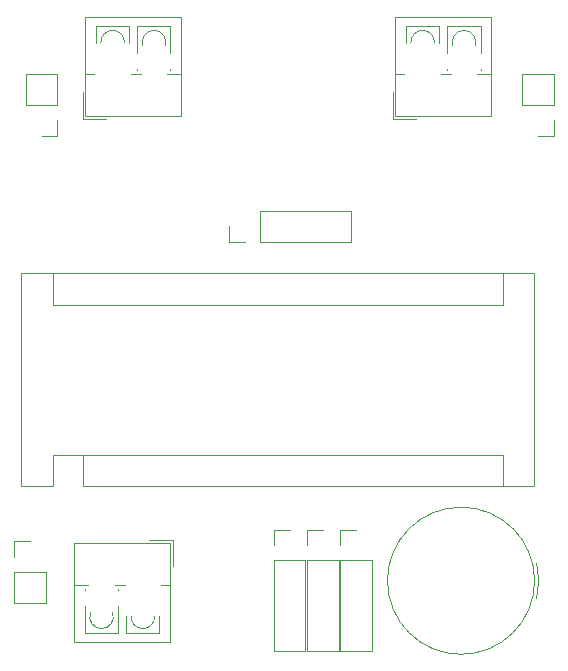
<source format=gbr>
%TF.GenerationSoftware,KiCad,Pcbnew,(6.0.1)*%
%TF.CreationDate,2022-02-19T19:07:31+01:00*%
%TF.ProjectId,NANOFC,4e414e4f-4643-42e6-9b69-6361645f7063,rev?*%
%TF.SameCoordinates,Original*%
%TF.FileFunction,Legend,Top*%
%TF.FilePolarity,Positive*%
%FSLAX46Y46*%
G04 Gerber Fmt 4.6, Leading zero omitted, Abs format (unit mm)*
G04 Created by KiCad (PCBNEW (6.0.1)) date 2022-02-19 19:07:31*
%MOMM*%
%LPD*%
G01*
G04 APERTURE LIST*
%ADD10C,0.120000*%
G04 APERTURE END LIST*
D10*
%TO.C,J4*%
X158600000Y-64000000D02*
X161400000Y-64000000D01*
X165810000Y-63240000D02*
X165810000Y-71660000D01*
X164900000Y-64000000D02*
X164900000Y-66311000D01*
X158600000Y-64000000D02*
X158600000Y-65460000D01*
X157690000Y-68101000D02*
X158460000Y-68101000D01*
X161540000Y-68101000D02*
X162367000Y-68101000D01*
X164900000Y-67689000D02*
X164900000Y-67750000D01*
X157450000Y-69660000D02*
X157450000Y-71900000D01*
X164900000Y-67750000D02*
X164900000Y-67750000D01*
X157690000Y-63240000D02*
X157690000Y-71660000D01*
X164634000Y-68101000D02*
X165810000Y-68101000D01*
X162100000Y-67750000D02*
X162101000Y-67750000D01*
X157450000Y-71900000D02*
X159450000Y-71900000D01*
X162100000Y-67689000D02*
X162100000Y-67750000D01*
X161400000Y-64000000D02*
X161400000Y-65460000D01*
X162100000Y-64000000D02*
X164900000Y-64000000D01*
X157690000Y-71660000D02*
X165810000Y-71660000D01*
X162100000Y-64000000D02*
X162100000Y-66311000D01*
X157690000Y-63240000D02*
X165810000Y-63240000D01*
X164440000Y-65742000D02*
G75*
G03*
X162560085Y-65742233I-940000J342000D01*
G01*
X160998000Y-65469000D02*
G75*
G03*
X159002110Y-65470566I-998000J69000D01*
G01*
%TO.C,J8*%
X151670000Y-112870000D02*
X154330000Y-112870000D01*
X154330000Y-110270000D02*
X154330000Y-112870000D01*
X151670000Y-110270000D02*
X151670000Y-112870000D01*
X151670000Y-110270000D02*
X154330000Y-110270000D01*
X151670000Y-109000000D02*
X151670000Y-107670000D01*
X151670000Y-107670000D02*
X153000000Y-107670000D01*
%TO.C,BZ1*%
X195900000Y-112500000D02*
G75*
G03*
X195900000Y-109500001I-6400010J1499999D01*
G01*
X195730000Y-111000000D02*
G75*
G03*
X195730000Y-111000000I-6230000J0D01*
G01*
%TO.C,J3*%
X171200000Y-82330000D02*
X169870000Y-82330000D01*
X172470000Y-82330000D02*
X180150000Y-82330000D01*
X172470000Y-79670000D02*
X180150000Y-79670000D01*
X180150000Y-82330000D02*
X180150000Y-79670000D01*
X169870000Y-82330000D02*
X169870000Y-81000000D01*
X172470000Y-82330000D02*
X172470000Y-79670000D01*
%TO.C,J7*%
X181930000Y-109270000D02*
X181930000Y-116950000D01*
X179270000Y-109270000D02*
X181930000Y-109270000D01*
X179270000Y-106670000D02*
X180600000Y-106670000D01*
X179270000Y-108000000D02*
X179270000Y-106670000D01*
X179270000Y-116950000D02*
X181930000Y-116950000D01*
X179270000Y-109270000D02*
X179270000Y-116950000D01*
%TO.C,A1*%
X193040000Y-100320000D02*
X193040000Y-102990000D01*
X154940000Y-87620000D02*
X154940000Y-84950000D01*
X195710000Y-84950000D02*
X152270000Y-84950000D01*
X152270000Y-102990000D02*
X154940000Y-102990000D01*
X157480000Y-102990000D02*
X195710000Y-102990000D01*
X157480000Y-100320000D02*
X157480000Y-102990000D01*
X154940000Y-87620000D02*
X193040000Y-87620000D01*
X193040000Y-87620000D02*
X193040000Y-84950000D01*
X157480000Y-100320000D02*
X193040000Y-100320000D01*
X152270000Y-84950000D02*
X152270000Y-102990000D01*
X154940000Y-100320000D02*
X154940000Y-102990000D01*
X157480000Y-100320000D02*
X154940000Y-100320000D01*
X195710000Y-102990000D02*
X195710000Y-84950000D01*
%TO.C,J9*%
X197330000Y-72000000D02*
X197330000Y-73330000D01*
X197330000Y-68130000D02*
X194670000Y-68130000D01*
X194670000Y-70730000D02*
X194670000Y-68130000D01*
X197330000Y-73330000D02*
X196000000Y-73330000D01*
X197330000Y-70730000D02*
X197330000Y-68130000D01*
X197330000Y-70730000D02*
X194670000Y-70730000D01*
%TO.C,J6*%
X176470000Y-106670000D02*
X177800000Y-106670000D01*
X176470000Y-108000000D02*
X176470000Y-106670000D01*
X176470000Y-109270000D02*
X179130000Y-109270000D01*
X176470000Y-109270000D02*
X176470000Y-116950000D01*
X176470000Y-116950000D02*
X179130000Y-116950000D01*
X179130000Y-109270000D02*
X179130000Y-116950000D01*
%TO.C,J2*%
X191150000Y-67750000D02*
X191150000Y-67750000D01*
X183940000Y-71660000D02*
X192060000Y-71660000D01*
X188350000Y-67689000D02*
X188350000Y-67750000D01*
X184850000Y-64000000D02*
X184850000Y-65460000D01*
X188350000Y-67750000D02*
X188351000Y-67750000D01*
X183940000Y-68101000D02*
X184710000Y-68101000D01*
X184850000Y-64000000D02*
X187650000Y-64000000D01*
X191150000Y-67689000D02*
X191150000Y-67750000D01*
X183700000Y-69660000D02*
X183700000Y-71900000D01*
X190884000Y-68101000D02*
X192060000Y-68101000D01*
X188350000Y-64000000D02*
X188350000Y-66311000D01*
X192060000Y-63240000D02*
X192060000Y-71660000D01*
X187650000Y-64000000D02*
X187650000Y-65460000D01*
X187790000Y-68101000D02*
X188617000Y-68101000D01*
X191150000Y-64000000D02*
X191150000Y-66311000D01*
X183940000Y-63240000D02*
X183940000Y-71660000D01*
X183940000Y-63240000D02*
X192060000Y-63240000D01*
X188350000Y-64000000D02*
X191150000Y-64000000D01*
X183700000Y-71900000D02*
X185700000Y-71900000D01*
X190690000Y-65742000D02*
G75*
G03*
X188810085Y-65742233I-940000J342000D01*
G01*
X187248000Y-65469000D02*
G75*
G03*
X185252110Y-65470566I-998000J69000D01*
G01*
%TO.C,J1*%
X157660000Y-115455000D02*
X157660000Y-113144000D01*
X157926000Y-111354000D02*
X156750000Y-111354000D01*
X164870000Y-116215000D02*
X164870000Y-107795000D01*
X160460000Y-111705000D02*
X160459000Y-111705000D01*
X164870000Y-116215000D02*
X156750000Y-116215000D01*
X160460000Y-115455000D02*
X160460000Y-113144000D01*
X160460000Y-111766000D02*
X160460000Y-111705000D01*
X161160000Y-115455000D02*
X161160000Y-113995000D01*
X157660000Y-111705000D02*
X157660000Y-111705000D01*
X165110000Y-109795000D02*
X165110000Y-107555000D01*
X164870000Y-111354000D02*
X164100000Y-111354000D01*
X165110000Y-107555000D02*
X163110000Y-107555000D01*
X157660000Y-111766000D02*
X157660000Y-111705000D01*
X160460000Y-115455000D02*
X157660000Y-115455000D01*
X164870000Y-107795000D02*
X156750000Y-107795000D01*
X163960000Y-115455000D02*
X161160000Y-115455000D01*
X156750000Y-116215000D02*
X156750000Y-107795000D01*
X163960000Y-115455000D02*
X163960000Y-113995000D01*
X161020000Y-111354000D02*
X160193000Y-111354000D01*
X158120000Y-113713000D02*
G75*
G03*
X159999915Y-113712767I940000J-342000D01*
G01*
X161562000Y-113986000D02*
G75*
G03*
X163557890Y-113984434I998000J-69000D01*
G01*
%TO.C,J10*%
X155330000Y-73330000D02*
X154000000Y-73330000D01*
X155330000Y-72000000D02*
X155330000Y-73330000D01*
X152670000Y-70730000D02*
X152670000Y-68130000D01*
X155330000Y-70730000D02*
X155330000Y-68130000D01*
X155330000Y-70730000D02*
X152670000Y-70730000D01*
X155330000Y-68130000D02*
X152670000Y-68130000D01*
%TO.C,J5*%
X176330000Y-109270000D02*
X176330000Y-116950000D01*
X173670000Y-109270000D02*
X173670000Y-116950000D01*
X173670000Y-116950000D02*
X176330000Y-116950000D01*
X173670000Y-109270000D02*
X176330000Y-109270000D01*
X173670000Y-108000000D02*
X173670000Y-106670000D01*
X173670000Y-106670000D02*
X175000000Y-106670000D01*
%TD*%
M02*

</source>
